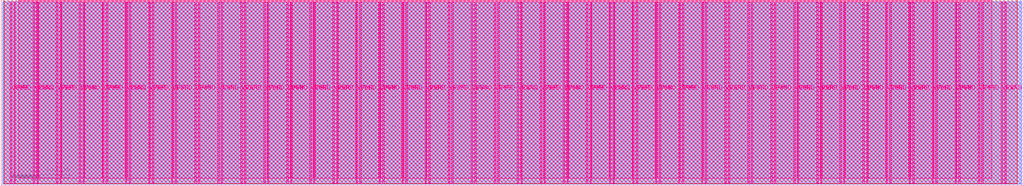
<source format=lef>
VERSION 5.7 ;
  NOWIREEXTENSIONATPIN ON ;
  DIVIDERCHAR "/" ;
  BUSBITCHARS "[]" ;
MACRO tt_um_kianV_rv32ima_uLinux_SoC
  CLASS BLOCK ;
  FOREIGN tt_um_kianV_rv32ima_uLinux_SoC ;
  ORIGIN 0.000 0.000 ;
  SIZE 1724.160 BY 313.740 ;
  PIN VGND
    DIRECTION INOUT ;
    USE GROUND ;
    PORT
      LAYER Metal5 ;
        RECT 21.580 3.560 23.780 310.180 ;
    END
    PORT
      LAYER Metal5 ;
        RECT 60.450 3.560 62.650 310.180 ;
    END
    PORT
      LAYER Metal5 ;
        RECT 99.320 3.560 101.520 310.180 ;
    END
    PORT
      LAYER Metal5 ;
        RECT 138.190 3.560 140.390 310.180 ;
    END
    PORT
      LAYER Metal5 ;
        RECT 177.060 3.560 179.260 310.180 ;
    END
    PORT
      LAYER Metal5 ;
        RECT 215.930 3.560 218.130 310.180 ;
    END
    PORT
      LAYER Metal5 ;
        RECT 254.800 3.560 257.000 310.180 ;
    END
    PORT
      LAYER Metal5 ;
        RECT 293.670 3.560 295.870 310.180 ;
    END
    PORT
      LAYER Metal5 ;
        RECT 332.540 3.560 334.740 310.180 ;
    END
    PORT
      LAYER Metal5 ;
        RECT 371.410 3.560 373.610 310.180 ;
    END
    PORT
      LAYER Metal5 ;
        RECT 410.280 3.560 412.480 310.180 ;
    END
    PORT
      LAYER Metal5 ;
        RECT 449.150 3.560 451.350 310.180 ;
    END
    PORT
      LAYER Metal5 ;
        RECT 488.020 3.560 490.220 310.180 ;
    END
    PORT
      LAYER Metal5 ;
        RECT 526.890 3.560 529.090 310.180 ;
    END
    PORT
      LAYER Metal5 ;
        RECT 565.760 3.560 567.960 310.180 ;
    END
    PORT
      LAYER Metal5 ;
        RECT 604.630 3.560 606.830 310.180 ;
    END
    PORT
      LAYER Metal5 ;
        RECT 643.500 3.560 645.700 310.180 ;
    END
    PORT
      LAYER Metal5 ;
        RECT 682.370 3.560 684.570 310.180 ;
    END
    PORT
      LAYER Metal5 ;
        RECT 721.240 3.560 723.440 310.180 ;
    END
    PORT
      LAYER Metal5 ;
        RECT 760.110 3.560 762.310 310.180 ;
    END
    PORT
      LAYER Metal5 ;
        RECT 798.980 3.560 801.180 310.180 ;
    END
    PORT
      LAYER Metal5 ;
        RECT 837.850 3.560 840.050 310.180 ;
    END
    PORT
      LAYER Metal5 ;
        RECT 876.720 3.560 878.920 310.180 ;
    END
    PORT
      LAYER Metal5 ;
        RECT 915.590 3.560 917.790 310.180 ;
    END
    PORT
      LAYER Metal5 ;
        RECT 954.460 3.560 956.660 310.180 ;
    END
    PORT
      LAYER Metal5 ;
        RECT 993.330 3.560 995.530 310.180 ;
    END
    PORT
      LAYER Metal5 ;
        RECT 1032.200 3.560 1034.400 310.180 ;
    END
    PORT
      LAYER Metal5 ;
        RECT 1071.070 3.560 1073.270 310.180 ;
    END
    PORT
      LAYER Metal5 ;
        RECT 1109.940 3.560 1112.140 310.180 ;
    END
    PORT
      LAYER Metal5 ;
        RECT 1148.810 3.560 1151.010 310.180 ;
    END
    PORT
      LAYER Metal5 ;
        RECT 1187.680 3.560 1189.880 310.180 ;
    END
    PORT
      LAYER Metal5 ;
        RECT 1226.550 3.560 1228.750 310.180 ;
    END
    PORT
      LAYER Metal5 ;
        RECT 1265.420 3.560 1267.620 310.180 ;
    END
    PORT
      LAYER Metal5 ;
        RECT 1304.290 3.560 1306.490 310.180 ;
    END
    PORT
      LAYER Metal5 ;
        RECT 1343.160 3.560 1345.360 310.180 ;
    END
    PORT
      LAYER Metal5 ;
        RECT 1382.030 3.560 1384.230 310.180 ;
    END
    PORT
      LAYER Metal5 ;
        RECT 1420.900 3.560 1423.100 310.180 ;
    END
    PORT
      LAYER Metal5 ;
        RECT 1459.770 3.560 1461.970 310.180 ;
    END
    PORT
      LAYER Metal5 ;
        RECT 1498.640 3.560 1500.840 310.180 ;
    END
    PORT
      LAYER Metal5 ;
        RECT 1537.510 3.560 1539.710 310.180 ;
    END
    PORT
      LAYER Metal5 ;
        RECT 1576.380 3.560 1578.580 310.180 ;
    END
    PORT
      LAYER Metal5 ;
        RECT 1615.250 3.560 1617.450 310.180 ;
    END
    PORT
      LAYER Metal5 ;
        RECT 1654.120 3.560 1656.320 310.180 ;
    END
    PORT
      LAYER Metal5 ;
        RECT 1692.990 3.560 1695.190 310.180 ;
    END
  END VGND
  PIN VPWR
    DIRECTION INOUT ;
    USE POWER ;
    PORT
      LAYER Metal5 ;
        RECT 15.380 3.560 17.580 310.180 ;
    END
    PORT
      LAYER Metal5 ;
        RECT 54.250 3.560 56.450 310.180 ;
    END
    PORT
      LAYER Metal5 ;
        RECT 93.120 3.560 95.320 310.180 ;
    END
    PORT
      LAYER Metal5 ;
        RECT 131.990 3.560 134.190 310.180 ;
    END
    PORT
      LAYER Metal5 ;
        RECT 170.860 3.560 173.060 310.180 ;
    END
    PORT
      LAYER Metal5 ;
        RECT 209.730 3.560 211.930 310.180 ;
    END
    PORT
      LAYER Metal5 ;
        RECT 248.600 3.560 250.800 310.180 ;
    END
    PORT
      LAYER Metal5 ;
        RECT 287.470 3.560 289.670 310.180 ;
    END
    PORT
      LAYER Metal5 ;
        RECT 326.340 3.560 328.540 310.180 ;
    END
    PORT
      LAYER Metal5 ;
        RECT 365.210 3.560 367.410 310.180 ;
    END
    PORT
      LAYER Metal5 ;
        RECT 404.080 3.560 406.280 310.180 ;
    END
    PORT
      LAYER Metal5 ;
        RECT 442.950 3.560 445.150 310.180 ;
    END
    PORT
      LAYER Metal5 ;
        RECT 481.820 3.560 484.020 310.180 ;
    END
    PORT
      LAYER Metal5 ;
        RECT 520.690 3.560 522.890 310.180 ;
    END
    PORT
      LAYER Metal5 ;
        RECT 559.560 3.560 561.760 310.180 ;
    END
    PORT
      LAYER Metal5 ;
        RECT 598.430 3.560 600.630 310.180 ;
    END
    PORT
      LAYER Metal5 ;
        RECT 637.300 3.560 639.500 310.180 ;
    END
    PORT
      LAYER Metal5 ;
        RECT 676.170 3.560 678.370 310.180 ;
    END
    PORT
      LAYER Metal5 ;
        RECT 715.040 3.560 717.240 310.180 ;
    END
    PORT
      LAYER Metal5 ;
        RECT 753.910 3.560 756.110 310.180 ;
    END
    PORT
      LAYER Metal5 ;
        RECT 792.780 3.560 794.980 310.180 ;
    END
    PORT
      LAYER Metal5 ;
        RECT 831.650 3.560 833.850 310.180 ;
    END
    PORT
      LAYER Metal5 ;
        RECT 870.520 3.560 872.720 310.180 ;
    END
    PORT
      LAYER Metal5 ;
        RECT 909.390 3.560 911.590 310.180 ;
    END
    PORT
      LAYER Metal5 ;
        RECT 948.260 3.560 950.460 310.180 ;
    END
    PORT
      LAYER Metal5 ;
        RECT 987.130 3.560 989.330 310.180 ;
    END
    PORT
      LAYER Metal5 ;
        RECT 1026.000 3.560 1028.200 310.180 ;
    END
    PORT
      LAYER Metal5 ;
        RECT 1064.870 3.560 1067.070 310.180 ;
    END
    PORT
      LAYER Metal5 ;
        RECT 1103.740 3.560 1105.940 310.180 ;
    END
    PORT
      LAYER Metal5 ;
        RECT 1142.610 3.560 1144.810 310.180 ;
    END
    PORT
      LAYER Metal5 ;
        RECT 1181.480 3.560 1183.680 310.180 ;
    END
    PORT
      LAYER Metal5 ;
        RECT 1220.350 3.560 1222.550 310.180 ;
    END
    PORT
      LAYER Metal5 ;
        RECT 1259.220 3.560 1261.420 310.180 ;
    END
    PORT
      LAYER Metal5 ;
        RECT 1298.090 3.560 1300.290 310.180 ;
    END
    PORT
      LAYER Metal5 ;
        RECT 1336.960 3.560 1339.160 310.180 ;
    END
    PORT
      LAYER Metal5 ;
        RECT 1375.830 3.560 1378.030 310.180 ;
    END
    PORT
      LAYER Metal5 ;
        RECT 1414.700 3.560 1416.900 310.180 ;
    END
    PORT
      LAYER Metal5 ;
        RECT 1453.570 3.560 1455.770 310.180 ;
    END
    PORT
      LAYER Metal5 ;
        RECT 1492.440 3.560 1494.640 310.180 ;
    END
    PORT
      LAYER Metal5 ;
        RECT 1531.310 3.560 1533.510 310.180 ;
    END
    PORT
      LAYER Metal5 ;
        RECT 1570.180 3.560 1572.380 310.180 ;
    END
    PORT
      LAYER Metal5 ;
        RECT 1609.050 3.560 1611.250 310.180 ;
    END
    PORT
      LAYER Metal5 ;
        RECT 1647.920 3.560 1650.120 310.180 ;
    END
    PORT
      LAYER Metal5 ;
        RECT 1686.790 3.560 1688.990 310.180 ;
    END
  END VPWR
  PIN clk
    DIRECTION INPUT ;
    USE SIGNAL ;
    ANTENNAGATEAREA 3.863600 ;
    ANTENNADIFFAREA 12.092400 ;
    PORT
      LAYER Metal5 ;
        RECT 187.050 312.740 187.350 313.740 ;
    END
  END clk
  PIN ena
    DIRECTION INPUT ;
    USE SIGNAL ;
    PORT
      LAYER Metal5 ;
        RECT 190.890 312.740 191.190 313.740 ;
    END
  END ena
  PIN rst_n
    DIRECTION INPUT ;
    USE SIGNAL ;
    ANTENNAGATEAREA 0.213200 ;
    PORT
      LAYER Metal5 ;
        RECT 183.210 312.740 183.510 313.740 ;
    END
  END rst_n
  PIN ui_in[0]
    DIRECTION INPUT ;
    USE SIGNAL ;
    ANTENNAGATEAREA 0.213200 ;
    PORT
      LAYER Metal5 ;
        RECT 179.370 312.740 179.670 313.740 ;
    END
  END ui_in[0]
  PIN ui_in[1]
    DIRECTION INPUT ;
    USE SIGNAL ;
    ANTENNAGATEAREA 0.180700 ;
    PORT
      LAYER Metal5 ;
        RECT 175.530 312.740 175.830 313.740 ;
    END
  END ui_in[1]
  PIN ui_in[2]
    DIRECTION INPUT ;
    USE SIGNAL ;
    ANTENNAGATEAREA 0.213200 ;
    PORT
      LAYER Metal5 ;
        RECT 171.690 312.740 171.990 313.740 ;
    END
  END ui_in[2]
  PIN ui_in[3]
    DIRECTION INPUT ;
    USE SIGNAL ;
    ANTENNAGATEAREA 0.314600 ;
    PORT
      LAYER Metal5 ;
        RECT 167.850 312.740 168.150 313.740 ;
    END
  END ui_in[3]
  PIN ui_in[4]
    DIRECTION INPUT ;
    USE SIGNAL ;
    ANTENNAGATEAREA 0.213200 ;
    PORT
      LAYER Metal5 ;
        RECT 164.010 312.740 164.310 313.740 ;
    END
  END ui_in[4]
  PIN ui_in[5]
    DIRECTION INPUT ;
    USE SIGNAL ;
    ANTENNAGATEAREA 0.213200 ;
    PORT
      LAYER Metal5 ;
        RECT 160.170 312.740 160.470 313.740 ;
    END
  END ui_in[5]
  PIN ui_in[6]
    DIRECTION INPUT ;
    USE SIGNAL ;
    ANTENNAGATEAREA 0.213200 ;
    PORT
      LAYER Metal5 ;
        RECT 156.330 312.740 156.630 313.740 ;
    END
  END ui_in[6]
  PIN ui_in[7]
    DIRECTION INPUT ;
    USE SIGNAL ;
    ANTENNAGATEAREA 0.213200 ;
    PORT
      LAYER Metal5 ;
        RECT 152.490 312.740 152.790 313.740 ;
    END
  END ui_in[7]
  PIN uio_in[0]
    DIRECTION INPUT ;
    USE SIGNAL ;
    PORT
      LAYER Metal5 ;
        RECT 148.650 312.740 148.950 313.740 ;
    END
  END uio_in[0]
  PIN uio_in[1]
    DIRECTION INPUT ;
    USE SIGNAL ;
    ANTENNAGATEAREA 0.213200 ;
    PORT
      LAYER Metal5 ;
        RECT 144.810 312.740 145.110 313.740 ;
    END
  END uio_in[1]
  PIN uio_in[2]
    DIRECTION INPUT ;
    USE SIGNAL ;
    ANTENNAGATEAREA 0.314600 ;
    PORT
      LAYER Metal5 ;
        RECT 140.970 312.740 141.270 313.740 ;
    END
  END uio_in[2]
  PIN uio_in[3]
    DIRECTION INPUT ;
    USE SIGNAL ;
    PORT
      LAYER Metal5 ;
        RECT 137.130 312.740 137.430 313.740 ;
    END
  END uio_in[3]
  PIN uio_in[4]
    DIRECTION INPUT ;
    USE SIGNAL ;
    ANTENNAGATEAREA 0.213200 ;
    PORT
      LAYER Metal5 ;
        RECT 133.290 312.740 133.590 313.740 ;
    END
  END uio_in[4]
  PIN uio_in[5]
    DIRECTION INPUT ;
    USE SIGNAL ;
    ANTENNAGATEAREA 0.213200 ;
    PORT
      LAYER Metal5 ;
        RECT 129.450 312.740 129.750 313.740 ;
    END
  END uio_in[5]
  PIN uio_in[6]
    DIRECTION INPUT ;
    USE SIGNAL ;
    PORT
      LAYER Metal5 ;
        RECT 125.610 312.740 125.910 313.740 ;
    END
  END uio_in[6]
  PIN uio_in[7]
    DIRECTION INPUT ;
    USE SIGNAL ;
    PORT
      LAYER Metal5 ;
        RECT 121.770 312.740 122.070 313.740 ;
    END
  END uio_in[7]
  PIN uio_oe[0]
    DIRECTION OUTPUT ;
    USE SIGNAL ;
    ANTENNADIFFAREA 0.392700 ;
    PORT
      LAYER Metal5 ;
        RECT 56.490 312.740 56.790 313.740 ;
    END
  END uio_oe[0]
  PIN uio_oe[1]
    DIRECTION OUTPUT ;
    USE SIGNAL ;
    ANTENNAGATEAREA 3.929400 ;
    ANTENNADIFFAREA 12.724800 ;
    PORT
      LAYER Metal5 ;
        RECT 52.650 312.740 52.950 313.740 ;
    END
  END uio_oe[1]
  PIN uio_oe[2]
    DIRECTION OUTPUT ;
    USE SIGNAL ;
    ANTENNADIFFAREA 1.413600 ;
    PORT
      LAYER Metal5 ;
        RECT 48.810 312.740 49.110 313.740 ;
    END
  END uio_oe[2]
  PIN uio_oe[3]
    DIRECTION OUTPUT ;
    USE SIGNAL ;
    ANTENNADIFFAREA 0.392700 ;
    PORT
      LAYER Metal5 ;
        RECT 44.970 312.740 45.270 313.740 ;
    END
  END uio_oe[3]
  PIN uio_oe[4]
    DIRECTION OUTPUT ;
    USE SIGNAL ;
    ANTENNADIFFAREA 1.413600 ;
    PORT
      LAYER Metal5 ;
        RECT 41.130 312.740 41.430 313.740 ;
    END
  END uio_oe[4]
  PIN uio_oe[5]
    DIRECTION OUTPUT ;
    USE SIGNAL ;
    ANTENNAGATEAREA 0.908200 ;
    ANTENNADIFFAREA 0.632400 ;
    PORT
      LAYER Metal5 ;
        RECT 37.290 312.740 37.590 313.740 ;
    END
  END uio_oe[5]
  PIN uio_oe[6]
    DIRECTION OUTPUT ;
    USE SIGNAL ;
    ANTENNADIFFAREA 0.392700 ;
    PORT
      LAYER Metal5 ;
        RECT 33.450 312.740 33.750 313.740 ;
    END
  END uio_oe[6]
  PIN uio_oe[7]
    DIRECTION OUTPUT ;
    USE SIGNAL ;
    ANTENNADIFFAREA 0.392700 ;
    PORT
      LAYER Metal5 ;
        RECT 29.610 312.740 29.910 313.740 ;
    END
  END uio_oe[7]
  PIN uio_out[0]
    DIRECTION OUTPUT ;
    USE SIGNAL ;
    ANTENNAGATEAREA 3.892200 ;
    ANTENNADIFFAREA 12.724800 ;
    PORT
      LAYER Metal5 ;
        RECT 87.210 312.740 87.510 313.740 ;
    END
  END uio_out[0]
  PIN uio_out[1]
    DIRECTION OUTPUT ;
    USE SIGNAL ;
    ANTENNADIFFAREA 1.413600 ;
    PORT
      LAYER Metal5 ;
        RECT 83.370 312.740 83.670 313.740 ;
    END
  END uio_out[1]
  PIN uio_out[2]
    DIRECTION OUTPUT ;
    USE SIGNAL ;
    ANTENNADIFFAREA 1.413600 ;
    PORT
      LAYER Metal5 ;
        RECT 79.530 312.740 79.830 313.740 ;
    END
  END uio_out[2]
  PIN uio_out[3]
    DIRECTION OUTPUT ;
    USE SIGNAL ;
    ANTENNADIFFAREA 1.413600 ;
    PORT
      LAYER Metal5 ;
        RECT 75.690 312.740 75.990 313.740 ;
    END
  END uio_out[3]
  PIN uio_out[4]
    DIRECTION OUTPUT ;
    USE SIGNAL ;
    ANTENNADIFFAREA 1.413600 ;
    PORT
      LAYER Metal5 ;
        RECT 71.850 312.740 72.150 313.740 ;
    END
  END uio_out[4]
  PIN uio_out[5]
    DIRECTION OUTPUT ;
    USE SIGNAL ;
    ANTENNADIFFAREA 1.413600 ;
    PORT
      LAYER Metal5 ;
        RECT 68.010 312.740 68.310 313.740 ;
    END
  END uio_out[5]
  PIN uio_out[6]
    DIRECTION OUTPUT ;
    USE SIGNAL ;
    ANTENNAGATEAREA 3.759600 ;
    ANTENNADIFFAREA 12.724800 ;
    PORT
      LAYER Metal5 ;
        RECT 64.170 312.740 64.470 313.740 ;
    END
  END uio_out[6]
  PIN uio_out[7]
    DIRECTION OUTPUT ;
    USE SIGNAL ;
    ANTENNAGATEAREA 3.759600 ;
    ANTENNADIFFAREA 12.724800 ;
    PORT
      LAYER Metal5 ;
        RECT 60.330 312.740 60.630 313.740 ;
    END
  END uio_out[7]
  PIN uo_out[0]
    DIRECTION OUTPUT ;
    USE SIGNAL ;
    ANTENNADIFFAREA 1.023000 ;
    PORT
      LAYER Metal5 ;
        RECT 117.930 312.740 118.230 313.740 ;
    END
  END uo_out[0]
  PIN uo_out[1]
    DIRECTION OUTPUT ;
    USE SIGNAL ;
    ANTENNADIFFAREA 1.023000 ;
    PORT
      LAYER Metal5 ;
        RECT 114.090 312.740 114.390 313.740 ;
    END
  END uo_out[1]
  PIN uo_out[2]
    DIRECTION OUTPUT ;
    USE SIGNAL ;
    ANTENNADIFFAREA 0.677200 ;
    PORT
      LAYER Metal5 ;
        RECT 110.250 312.740 110.550 313.740 ;
    END
  END uo_out[2]
  PIN uo_out[3]
    DIRECTION OUTPUT ;
    USE SIGNAL ;
    ANTENNADIFFAREA 0.677200 ;
    PORT
      LAYER Metal5 ;
        RECT 106.410 312.740 106.710 313.740 ;
    END
  END uo_out[3]
  PIN uo_out[4]
    DIRECTION OUTPUT ;
    USE SIGNAL ;
    ANTENNADIFFAREA 1.023000 ;
    PORT
      LAYER Metal5 ;
        RECT 102.570 312.740 102.870 313.740 ;
    END
  END uo_out[4]
  PIN uo_out[5]
    DIRECTION OUTPUT ;
    USE SIGNAL ;
    ANTENNADIFFAREA 0.677200 ;
    PORT
      LAYER Metal5 ;
        RECT 98.730 312.740 99.030 313.740 ;
    END
  END uo_out[5]
  PIN uo_out[6]
    DIRECTION OUTPUT ;
    USE SIGNAL ;
    ANTENNADIFFAREA 0.677200 ;
    PORT
      LAYER Metal5 ;
        RECT 94.890 312.740 95.190 313.740 ;
    END
  END uo_out[6]
  PIN uo_out[7]
    DIRECTION OUTPUT ;
    USE SIGNAL ;
    ANTENNADIFFAREA 0.677200 ;
    PORT
      LAYER Metal5 ;
        RECT 91.050 312.740 91.350 313.740 ;
    END
  END uo_out[7]
  OBS
      LAYER GatPoly ;
        RECT 2.880 3.630 1721.280 310.110 ;
      LAYER Metal1 ;
        RECT 2.880 3.560 1721.280 310.180 ;
      LAYER Metal2 ;
        RECT 2.605 2.840 1720.945 310.060 ;
      LAYER Metal3 ;
        RECT 3.260 2.795 1719.940 313.465 ;
      LAYER Metal4 ;
        RECT 5.135 3.680 1713.745 313.420 ;
      LAYER Metal5 ;
        RECT 30.120 312.530 33.240 313.465 ;
        RECT 33.960 312.530 37.080 313.465 ;
        RECT 37.800 312.530 40.920 313.465 ;
        RECT 41.640 312.530 44.760 313.465 ;
        RECT 45.480 312.530 48.600 313.465 ;
        RECT 49.320 312.530 52.440 313.465 ;
        RECT 53.160 312.530 56.280 313.465 ;
        RECT 57.000 312.530 60.120 313.465 ;
        RECT 60.840 312.530 63.960 313.465 ;
        RECT 64.680 312.530 67.800 313.465 ;
        RECT 68.520 312.530 71.640 313.465 ;
        RECT 72.360 312.530 75.480 313.465 ;
        RECT 76.200 312.530 79.320 313.465 ;
        RECT 80.040 312.530 83.160 313.465 ;
        RECT 83.880 312.530 87.000 313.465 ;
        RECT 87.720 312.530 90.840 313.465 ;
        RECT 91.560 312.530 94.680 313.465 ;
        RECT 95.400 312.530 98.520 313.465 ;
        RECT 99.240 312.530 102.360 313.465 ;
        RECT 103.080 312.530 106.200 313.465 ;
        RECT 106.920 312.530 110.040 313.465 ;
        RECT 110.760 312.530 113.880 313.465 ;
        RECT 114.600 312.530 117.720 313.465 ;
        RECT 118.440 312.530 121.560 313.465 ;
        RECT 122.280 312.530 125.400 313.465 ;
        RECT 126.120 312.530 129.240 313.465 ;
        RECT 129.960 312.530 133.080 313.465 ;
        RECT 133.800 312.530 136.920 313.465 ;
        RECT 137.640 312.530 140.760 313.465 ;
        RECT 141.480 312.530 144.600 313.465 ;
        RECT 145.320 312.530 148.440 313.465 ;
        RECT 149.160 312.530 152.280 313.465 ;
        RECT 153.000 312.530 156.120 313.465 ;
        RECT 156.840 312.530 159.960 313.465 ;
        RECT 160.680 312.530 163.800 313.465 ;
        RECT 164.520 312.530 167.640 313.465 ;
        RECT 168.360 312.530 171.480 313.465 ;
        RECT 172.200 312.530 175.320 313.465 ;
        RECT 176.040 312.530 179.160 313.465 ;
        RECT 179.880 312.530 183.000 313.465 ;
        RECT 183.720 312.530 186.840 313.465 ;
        RECT 187.560 312.530 190.680 313.465 ;
        RECT 191.400 312.530 1670.500 313.465 ;
        RECT 29.660 310.390 1670.500 312.530 ;
        RECT 29.660 12.875 54.040 310.390 ;
        RECT 56.660 12.875 60.240 310.390 ;
        RECT 62.860 12.875 92.910 310.390 ;
        RECT 95.530 12.875 99.110 310.390 ;
        RECT 101.730 12.875 131.780 310.390 ;
        RECT 134.400 12.875 137.980 310.390 ;
        RECT 140.600 12.875 170.650 310.390 ;
        RECT 173.270 12.875 176.850 310.390 ;
        RECT 179.470 12.875 209.520 310.390 ;
        RECT 212.140 12.875 215.720 310.390 ;
        RECT 218.340 12.875 248.390 310.390 ;
        RECT 251.010 12.875 254.590 310.390 ;
        RECT 257.210 12.875 287.260 310.390 ;
        RECT 289.880 12.875 293.460 310.390 ;
        RECT 296.080 12.875 326.130 310.390 ;
        RECT 328.750 12.875 332.330 310.390 ;
        RECT 334.950 12.875 365.000 310.390 ;
        RECT 367.620 12.875 371.200 310.390 ;
        RECT 373.820 12.875 403.870 310.390 ;
        RECT 406.490 12.875 410.070 310.390 ;
        RECT 412.690 12.875 442.740 310.390 ;
        RECT 445.360 12.875 448.940 310.390 ;
        RECT 451.560 12.875 481.610 310.390 ;
        RECT 484.230 12.875 487.810 310.390 ;
        RECT 490.430 12.875 520.480 310.390 ;
        RECT 523.100 12.875 526.680 310.390 ;
        RECT 529.300 12.875 559.350 310.390 ;
        RECT 561.970 12.875 565.550 310.390 ;
        RECT 568.170 12.875 598.220 310.390 ;
        RECT 600.840 12.875 604.420 310.390 ;
        RECT 607.040 12.875 637.090 310.390 ;
        RECT 639.710 12.875 643.290 310.390 ;
        RECT 645.910 12.875 675.960 310.390 ;
        RECT 678.580 12.875 682.160 310.390 ;
        RECT 684.780 12.875 714.830 310.390 ;
        RECT 717.450 12.875 721.030 310.390 ;
        RECT 723.650 12.875 753.700 310.390 ;
        RECT 756.320 12.875 759.900 310.390 ;
        RECT 762.520 12.875 792.570 310.390 ;
        RECT 795.190 12.875 798.770 310.390 ;
        RECT 801.390 12.875 831.440 310.390 ;
        RECT 834.060 12.875 837.640 310.390 ;
        RECT 840.260 12.875 870.310 310.390 ;
        RECT 872.930 12.875 876.510 310.390 ;
        RECT 879.130 12.875 909.180 310.390 ;
        RECT 911.800 12.875 915.380 310.390 ;
        RECT 918.000 12.875 948.050 310.390 ;
        RECT 950.670 12.875 954.250 310.390 ;
        RECT 956.870 12.875 986.920 310.390 ;
        RECT 989.540 12.875 993.120 310.390 ;
        RECT 995.740 12.875 1025.790 310.390 ;
        RECT 1028.410 12.875 1031.990 310.390 ;
        RECT 1034.610 12.875 1064.660 310.390 ;
        RECT 1067.280 12.875 1070.860 310.390 ;
        RECT 1073.480 12.875 1103.530 310.390 ;
        RECT 1106.150 12.875 1109.730 310.390 ;
        RECT 1112.350 12.875 1142.400 310.390 ;
        RECT 1145.020 12.875 1148.600 310.390 ;
        RECT 1151.220 12.875 1181.270 310.390 ;
        RECT 1183.890 12.875 1187.470 310.390 ;
        RECT 1190.090 12.875 1220.140 310.390 ;
        RECT 1222.760 12.875 1226.340 310.390 ;
        RECT 1228.960 12.875 1259.010 310.390 ;
        RECT 1261.630 12.875 1265.210 310.390 ;
        RECT 1267.830 12.875 1297.880 310.390 ;
        RECT 1300.500 12.875 1304.080 310.390 ;
        RECT 1306.700 12.875 1336.750 310.390 ;
        RECT 1339.370 12.875 1342.950 310.390 ;
        RECT 1345.570 12.875 1375.620 310.390 ;
        RECT 1378.240 12.875 1381.820 310.390 ;
        RECT 1384.440 12.875 1414.490 310.390 ;
        RECT 1417.110 12.875 1420.690 310.390 ;
        RECT 1423.310 12.875 1453.360 310.390 ;
        RECT 1455.980 12.875 1459.560 310.390 ;
        RECT 1462.180 12.875 1492.230 310.390 ;
        RECT 1494.850 12.875 1498.430 310.390 ;
        RECT 1501.050 12.875 1531.100 310.390 ;
        RECT 1533.720 12.875 1537.300 310.390 ;
        RECT 1539.920 12.875 1569.970 310.390 ;
        RECT 1572.590 12.875 1576.170 310.390 ;
        RECT 1578.790 12.875 1608.840 310.390 ;
        RECT 1611.460 12.875 1615.040 310.390 ;
        RECT 1617.660 12.875 1647.710 310.390 ;
        RECT 1650.330 12.875 1653.910 310.390 ;
        RECT 1656.530 12.875 1670.500 310.390 ;
  END
END tt_um_kianV_rv32ima_uLinux_SoC
END LIBRARY


</source>
